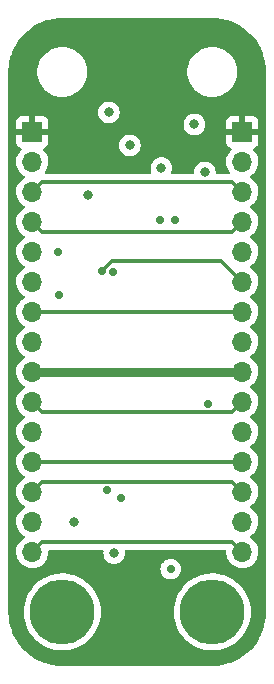
<source format=gbr>
%TF.GenerationSoftware,KiCad,Pcbnew,(6.0.9-0)*%
%TF.CreationDate,2024-03-22T18:27:50+01:00*%
%TF.ProjectId,pt-workshop,70742d77-6f72-46b7-9368-6f702e6b6963,rev?*%
%TF.SameCoordinates,Original*%
%TF.FileFunction,Copper,L4,Bot*%
%TF.FilePolarity,Positive*%
%FSLAX46Y46*%
G04 Gerber Fmt 4.6, Leading zero omitted, Abs format (unit mm)*
G04 Created by KiCad (PCBNEW (6.0.9-0)) date 2024-03-22 18:27:50*
%MOMM*%
%LPD*%
G01*
G04 APERTURE LIST*
%TA.AperFunction,ComponentPad*%
%ADD10C,5.500000*%
%TD*%
%TA.AperFunction,ComponentPad*%
%ADD11R,1.700000X1.700000*%
%TD*%
%TA.AperFunction,ComponentPad*%
%ADD12O,1.700000X1.700000*%
%TD*%
%TA.AperFunction,ViaPad*%
%ADD13C,0.800000*%
%TD*%
%TA.AperFunction,ViaPad*%
%ADD14C,0.700000*%
%TD*%
%TA.AperFunction,Conductor*%
%ADD15C,0.300000*%
%TD*%
%TA.AperFunction,Conductor*%
%ADD16C,0.800000*%
%TD*%
G04 APERTURE END LIST*
D10*
%TO.P,H103,1,1*%
%TO.N,/PT_GND*%
X30480000Y-99060000D03*
%TD*%
%TO.P,H101,1,1*%
%TO.N,/PT_GND*%
X43180000Y-99060000D03*
%TD*%
D11*
%TO.P,J103,1,Pin_1*%
%TO.N,/PT_9V*%
X27940000Y-58420000D03*
D12*
%TO.P,J103,2,Pin_2*%
%TO.N,/PT_GND*%
X27940000Y-60960000D03*
%TO.P,J103,3,Pin_3*%
%TO.N,/PT_4.5V*%
X27940000Y-63500000D03*
%TO.P,J103,4,Pin_4*%
%TO.N,/PT_5V*%
X27940000Y-66040000D03*
%TO.P,J103,5,Pin_5*%
%TO.N,/PT_GND*%
X27940000Y-68580000D03*
%TO.P,J103,6,Pin_6*%
%TO.N,/PT_CLK*%
X27940000Y-71120000D03*
%TO.P,J103,7,Pin_7*%
%TO.N,/PT_Ref*%
X27940000Y-73660000D03*
%TO.P,J103,8,Pin_8*%
%TO.N,/PT_GND*%
X27940000Y-76200000D03*
%TO.P,J103,9,Pin_9*%
%TO.N,/PT_In*%
X27940000Y-78740000D03*
%TO.P,J103,10,Pin_10*%
%TO.N,/PT_Out*%
X27940000Y-81280000D03*
%TO.P,J103,11,Pin_11*%
%TO.N,/PT_GND*%
X27940000Y-83820000D03*
%TO.P,J103,12,Pin_12*%
%TO.N,/PT_Ic*%
X27940000Y-86360000D03*
%TO.P,J103,13,Pin_13*%
%TO.N,/PT_Iout*%
X27940000Y-88900000D03*
%TO.P,J103,14,Pin_14*%
%TO.N,/PT_GND*%
X27940000Y-91440000D03*
%TO.P,J103,15,Pin_15*%
%TO.N,/PT_Vctrl*%
X27940000Y-93980000D03*
%TD*%
D11*
%TO.P,J104,1,Pin_1*%
%TO.N,/PT_9V*%
X45720000Y-58420000D03*
D12*
%TO.P,J104,2,Pin_2*%
%TO.N,/PT_GND*%
X45720000Y-60960000D03*
%TO.P,J104,3,Pin_3*%
%TO.N,/PT_4.5V*%
X45720000Y-63500000D03*
%TO.P,J104,4,Pin_4*%
%TO.N,/PT_5V*%
X45720000Y-66040000D03*
%TO.P,J104,5,Pin_5*%
%TO.N,/PT_GND*%
X45720000Y-68580000D03*
%TO.P,J104,6,Pin_6*%
%TO.N,/PT_CLK*%
X45720000Y-71120000D03*
%TO.P,J104,7,Pin_7*%
%TO.N,/PT_Ref*%
X45720000Y-73660000D03*
%TO.P,J104,8,Pin_8*%
%TO.N,/PT_GND*%
X45720000Y-76200000D03*
%TO.P,J104,9,Pin_9*%
%TO.N,/PT_In*%
X45720000Y-78740000D03*
%TO.P,J104,10,Pin_10*%
%TO.N,/PT_Out*%
X45720000Y-81280000D03*
%TO.P,J104,11,Pin_11*%
%TO.N,/PT_GND*%
X45720000Y-83820000D03*
%TO.P,J104,12,Pin_12*%
%TO.N,/PT_Ic*%
X45720000Y-86360000D03*
%TO.P,J104,13,Pin_13*%
%TO.N,/PT_Iout*%
X45720000Y-88900000D03*
%TO.P,J104,14,Pin_14*%
%TO.N,/PT_GND*%
X45720000Y-91440000D03*
%TO.P,J104,15,Pin_15*%
%TO.N,/PT_Vctrl*%
X45720000Y-93980000D03*
%TD*%
D13*
%TO.N,/PT_GND*%
X31496000Y-91440000D03*
D14*
X39653185Y-95438629D03*
D13*
X36195000Y-59563000D03*
X32639000Y-63754000D03*
D14*
X34290000Y-88773000D03*
D13*
X42545000Y-61849000D03*
D14*
X30099000Y-68580000D03*
X38735000Y-65913000D03*
X34754054Y-70248190D03*
D13*
X34417000Y-56769000D03*
X34870211Y-94084811D03*
X38862000Y-61468000D03*
D14*
X42799000Y-81430500D03*
X30226000Y-72263000D03*
X35433000Y-89408000D03*
X40005000Y-65913000D03*
D13*
X41656000Y-57785000D03*
D14*
%TO.N,/PT_CLK*%
X33845500Y-70167500D03*
%TD*%
D15*
%TO.N,/PT_5V*%
X28790000Y-66890000D02*
X44870000Y-66890000D01*
X44870000Y-66890000D02*
X45720000Y-66040000D01*
X27940000Y-66040000D02*
X28790000Y-66890000D01*
%TO.N,/PT_Ref*%
X27940000Y-73660000D02*
X45720000Y-73660000D01*
%TO.N,/PT_4.5V*%
X44870000Y-62650000D02*
X45720000Y-63500000D01*
X27940000Y-63500000D02*
X28790000Y-62650000D01*
X28790000Y-62650000D02*
X44870000Y-62650000D01*
D16*
%TO.N,/PT_In*%
X45720000Y-78740000D02*
X27940000Y-78740000D01*
D15*
%TO.N,/PT_Out*%
X28790000Y-82130000D02*
X44870000Y-82130000D01*
X44870000Y-82130000D02*
X45720000Y-81280000D01*
X27940000Y-81280000D02*
X28790000Y-82130000D01*
%TO.N,/PT_CLK*%
X45720000Y-71120000D02*
X43942000Y-69342000D01*
X34670294Y-69342000D02*
X33845500Y-70166794D01*
X43942000Y-69342000D02*
X34670294Y-69342000D01*
X33845500Y-70166794D02*
X33845500Y-70167500D01*
%TO.N,/PT_Ic*%
X27940000Y-86360000D02*
X45720000Y-86360000D01*
%TO.N,/PT_Iout*%
X27940000Y-88900000D02*
X28790000Y-88050000D01*
X44870000Y-88050000D02*
X45720000Y-88900000D01*
X28790000Y-88050000D02*
X44870000Y-88050000D01*
%TO.N,/PT_Vctrl*%
X28790000Y-93130000D02*
X44870000Y-93130000D01*
X44870000Y-93130000D02*
X45720000Y-93980000D01*
X27940000Y-93980000D02*
X28790000Y-93130000D01*
%TD*%
%TA.AperFunction,Conductor*%
%TO.N,/PT_9V*%
G36*
X43150018Y-48770000D02*
G01*
X43164851Y-48772310D01*
X43164855Y-48772310D01*
X43173724Y-48773691D01*
X43194183Y-48771016D01*
X43216008Y-48770072D01*
X43572937Y-48785656D01*
X43583886Y-48786614D01*
X43968379Y-48837233D01*
X43979205Y-48839142D01*
X44357822Y-48923080D01*
X44368439Y-48925925D01*
X44538702Y-48979608D01*
X44738302Y-49042542D01*
X44748615Y-49046295D01*
X45106932Y-49194715D01*
X45116876Y-49199353D01*
X45460867Y-49378423D01*
X45470387Y-49383919D01*
X45797468Y-49592292D01*
X45806472Y-49598597D01*
X46114138Y-49834678D01*
X46122558Y-49841743D01*
X46408483Y-50103744D01*
X46416256Y-50111517D01*
X46678257Y-50397442D01*
X46685322Y-50405862D01*
X46921403Y-50713528D01*
X46927708Y-50722532D01*
X47136081Y-51049613D01*
X47141576Y-51059132D01*
X47273193Y-51311964D01*
X47320643Y-51403115D01*
X47325285Y-51413068D01*
X47447895Y-51709074D01*
X47473702Y-51771377D01*
X47477458Y-51781698D01*
X47513680Y-51896579D01*
X47594075Y-52151561D01*
X47596920Y-52162178D01*
X47680858Y-52540795D01*
X47682767Y-52551621D01*
X47733386Y-52936114D01*
X47734344Y-52947063D01*
X47745521Y-53203049D01*
X47749603Y-53296552D01*
X47748223Y-53321429D01*
X47746309Y-53333724D01*
X47747473Y-53342626D01*
X47747473Y-53342628D01*
X47750436Y-53365283D01*
X47751500Y-53381621D01*
X47751500Y-99010633D01*
X47750000Y-99030018D01*
X47747690Y-99044851D01*
X47747690Y-99044855D01*
X47746309Y-99053724D01*
X47748984Y-99074183D01*
X47749928Y-99096012D01*
X47734344Y-99452936D01*
X47733386Y-99463886D01*
X47682767Y-99848379D01*
X47680858Y-99859205D01*
X47596920Y-100237822D01*
X47594075Y-100248439D01*
X47477461Y-100618294D01*
X47473705Y-100628615D01*
X47419200Y-100760203D01*
X47325289Y-100986923D01*
X47320647Y-100996876D01*
X47164815Y-101296227D01*
X47141577Y-101340867D01*
X47136081Y-101350387D01*
X46927708Y-101677468D01*
X46921403Y-101686472D01*
X46685322Y-101994138D01*
X46678257Y-102002558D01*
X46420858Y-102283461D01*
X46416256Y-102288483D01*
X46408487Y-102296252D01*
X46352699Y-102347372D01*
X46122558Y-102558257D01*
X46114138Y-102565322D01*
X45806472Y-102801403D01*
X45797468Y-102807708D01*
X45470387Y-103016081D01*
X45460868Y-103021576D01*
X45116876Y-103200647D01*
X45106932Y-103205285D01*
X44748615Y-103353705D01*
X44738302Y-103357458D01*
X44538702Y-103420392D01*
X44368439Y-103474075D01*
X44357822Y-103476920D01*
X43979205Y-103560858D01*
X43968379Y-103562767D01*
X43583886Y-103613386D01*
X43572937Y-103614344D01*
X43223446Y-103629603D01*
X43198571Y-103628223D01*
X43186276Y-103626309D01*
X43177374Y-103627473D01*
X43177372Y-103627473D01*
X43162323Y-103629441D01*
X43154714Y-103630436D01*
X43138379Y-103631500D01*
X30529367Y-103631500D01*
X30509982Y-103630000D01*
X30495149Y-103627690D01*
X30495145Y-103627690D01*
X30486276Y-103626309D01*
X30465817Y-103628984D01*
X30443992Y-103629928D01*
X30087063Y-103614344D01*
X30076114Y-103613386D01*
X29691621Y-103562767D01*
X29680795Y-103560858D01*
X29302178Y-103476920D01*
X29291561Y-103474075D01*
X29121298Y-103420392D01*
X28921698Y-103357458D01*
X28911385Y-103353705D01*
X28553068Y-103205285D01*
X28543124Y-103200647D01*
X28199132Y-103021576D01*
X28189613Y-103016081D01*
X27862532Y-102807708D01*
X27853528Y-102801403D01*
X27545862Y-102565322D01*
X27537442Y-102558257D01*
X27307301Y-102347372D01*
X27251513Y-102296252D01*
X27243744Y-102288483D01*
X27239143Y-102283461D01*
X26981743Y-102002558D01*
X26974678Y-101994138D01*
X26738597Y-101686472D01*
X26732292Y-101677468D01*
X26523919Y-101350387D01*
X26518423Y-101340867D01*
X26495185Y-101296227D01*
X26339353Y-100996876D01*
X26334711Y-100986923D01*
X26240801Y-100760203D01*
X26186295Y-100628615D01*
X26182539Y-100618294D01*
X26065925Y-100248439D01*
X26063080Y-100237822D01*
X25979142Y-99859205D01*
X25977233Y-99848379D01*
X25926614Y-99463886D01*
X25925656Y-99452936D01*
X25910561Y-99107208D01*
X25912188Y-99080805D01*
X25912769Y-99077352D01*
X25912770Y-99077345D01*
X25913576Y-99072552D01*
X25913729Y-99060000D01*
X25912098Y-99048609D01*
X27216734Y-99048609D01*
X27234591Y-99401106D01*
X27235128Y-99404461D01*
X27235129Y-99404467D01*
X27250240Y-99498807D01*
X27290412Y-99749613D01*
X27383546Y-100090053D01*
X27512903Y-100418443D01*
X27514486Y-100421458D01*
X27675384Y-100727926D01*
X27675389Y-100727934D01*
X27676968Y-100730942D01*
X27678862Y-100733760D01*
X27678867Y-100733769D01*
X27698518Y-100763012D01*
X27873824Y-101023895D01*
X28101167Y-101293873D01*
X28103627Y-101296224D01*
X28103630Y-101296227D01*
X28353875Y-101535366D01*
X28353882Y-101535372D01*
X28356338Y-101537719D01*
X28636351Y-101752581D01*
X28639269Y-101754355D01*
X28935017Y-101934173D01*
X28935022Y-101934176D01*
X28937932Y-101935945D01*
X28941020Y-101937391D01*
X28941019Y-101937391D01*
X29254468Y-102084222D01*
X29254478Y-102084226D01*
X29257552Y-102085666D01*
X29260770Y-102086768D01*
X29260773Y-102086769D01*
X29588241Y-102198887D01*
X29588245Y-102198888D01*
X29591472Y-102199993D01*
X29594802Y-102200743D01*
X29594811Y-102200746D01*
X29838164Y-102255587D01*
X29935786Y-102277587D01*
X29939171Y-102277973D01*
X29939179Y-102277974D01*
X30283083Y-102317157D01*
X30283091Y-102317157D01*
X30286466Y-102317542D01*
X30289870Y-102317560D01*
X30289873Y-102317560D01*
X30481627Y-102318564D01*
X30639411Y-102319390D01*
X30642797Y-102319040D01*
X30642799Y-102319040D01*
X30987098Y-102283461D01*
X30987107Y-102283460D01*
X30990490Y-102283110D01*
X30993823Y-102282396D01*
X30993826Y-102282395D01*
X31163692Y-102245979D01*
X31335598Y-102209125D01*
X31670697Y-102098301D01*
X31991867Y-101951936D01*
X32085405Y-101896397D01*
X32292407Y-101773489D01*
X32292412Y-101773486D01*
X32295352Y-101771740D01*
X32320870Y-101752581D01*
X32574867Y-101561874D01*
X32577600Y-101559822D01*
X32835310Y-101318661D01*
X33065468Y-101051078D01*
X33265380Y-100760203D01*
X33266992Y-100757209D01*
X33266997Y-100757201D01*
X33431087Y-100452452D01*
X33432709Y-100449440D01*
X33565498Y-100122422D01*
X33573816Y-100093223D01*
X33642007Y-99853833D01*
X33662191Y-99782976D01*
X33721659Y-99435073D01*
X33723945Y-99397711D01*
X33743096Y-99084580D01*
X33743206Y-99082782D01*
X33743286Y-99060000D01*
X33742669Y-99048609D01*
X39916734Y-99048609D01*
X39934591Y-99401106D01*
X39935128Y-99404461D01*
X39935129Y-99404467D01*
X39950240Y-99498807D01*
X39990412Y-99749613D01*
X40083546Y-100090053D01*
X40212903Y-100418443D01*
X40214486Y-100421458D01*
X40375384Y-100727926D01*
X40375389Y-100727934D01*
X40376968Y-100730942D01*
X40378862Y-100733760D01*
X40378867Y-100733769D01*
X40398518Y-100763012D01*
X40573824Y-101023895D01*
X40801167Y-101293873D01*
X40803627Y-101296224D01*
X40803630Y-101296227D01*
X41053875Y-101535366D01*
X41053882Y-101535372D01*
X41056338Y-101537719D01*
X41336351Y-101752581D01*
X41339269Y-101754355D01*
X41635017Y-101934173D01*
X41635022Y-101934176D01*
X41637932Y-101935945D01*
X41641020Y-101937391D01*
X41641019Y-101937391D01*
X41954468Y-102084222D01*
X41954478Y-102084226D01*
X41957552Y-102085666D01*
X41960770Y-102086768D01*
X41960773Y-102086769D01*
X42288241Y-102198887D01*
X42288245Y-102198888D01*
X42291472Y-102199993D01*
X42294802Y-102200743D01*
X42294811Y-102200746D01*
X42538164Y-102255587D01*
X42635786Y-102277587D01*
X42639171Y-102277973D01*
X42639179Y-102277974D01*
X42983083Y-102317157D01*
X42983091Y-102317157D01*
X42986466Y-102317542D01*
X42989870Y-102317560D01*
X42989873Y-102317560D01*
X43181627Y-102318564D01*
X43339411Y-102319390D01*
X43342797Y-102319040D01*
X43342799Y-102319040D01*
X43687098Y-102283461D01*
X43687107Y-102283460D01*
X43690490Y-102283110D01*
X43693823Y-102282396D01*
X43693826Y-102282395D01*
X43863692Y-102245979D01*
X44035598Y-102209125D01*
X44370697Y-102098301D01*
X44691867Y-101951936D01*
X44785405Y-101896397D01*
X44992407Y-101773489D01*
X44992412Y-101773486D01*
X44995352Y-101771740D01*
X45020870Y-101752581D01*
X45274867Y-101561874D01*
X45277600Y-101559822D01*
X45535310Y-101318661D01*
X45765468Y-101051078D01*
X45965380Y-100760203D01*
X45966992Y-100757209D01*
X45966997Y-100757201D01*
X46131087Y-100452452D01*
X46132709Y-100449440D01*
X46265498Y-100122422D01*
X46273816Y-100093223D01*
X46342007Y-99853833D01*
X46362191Y-99782976D01*
X46421659Y-99435073D01*
X46423945Y-99397711D01*
X46443096Y-99084580D01*
X46443206Y-99082782D01*
X46443286Y-99060000D01*
X46424199Y-98707567D01*
X46367161Y-98359257D01*
X46272839Y-98019145D01*
X46269849Y-98011630D01*
X46143597Y-97694372D01*
X46142338Y-97691208D01*
X45977182Y-97379283D01*
X45970579Y-97369530D01*
X45781211Y-97089834D01*
X45781204Y-97089825D01*
X45779305Y-97087020D01*
X45777109Y-97084430D01*
X45777104Y-97084424D01*
X45688715Y-96980201D01*
X45551021Y-96817837D01*
X45295001Y-96574883D01*
X45292294Y-96572821D01*
X45292286Y-96572814D01*
X45133809Y-96452088D01*
X45014239Y-96361000D01*
X44712020Y-96178689D01*
X44708930Y-96177255D01*
X44708925Y-96177252D01*
X44508064Y-96084016D01*
X44391879Y-96030085D01*
X44388654Y-96028993D01*
X44388648Y-96028991D01*
X44060798Y-95918020D01*
X44060793Y-95918018D01*
X44057562Y-95916925D01*
X44043832Y-95913881D01*
X43974730Y-95898562D01*
X43712979Y-95840533D01*
X43588353Y-95826774D01*
X43365543Y-95802175D01*
X43365538Y-95802175D01*
X43362162Y-95801802D01*
X43358763Y-95801796D01*
X43358762Y-95801796D01*
X43192289Y-95801506D01*
X43009213Y-95801186D01*
X42878206Y-95815187D01*
X42661646Y-95838330D01*
X42661640Y-95838331D01*
X42658262Y-95838692D01*
X42313414Y-95913881D01*
X41978704Y-96025873D01*
X41975611Y-96027295D01*
X41975610Y-96027296D01*
X41852292Y-96084016D01*
X41658047Y-96173359D01*
X41655113Y-96175115D01*
X41655111Y-96175116D01*
X41632093Y-96188892D01*
X41355194Y-96354613D01*
X41073687Y-96567515D01*
X40816820Y-96809574D01*
X40587598Y-97077959D01*
X40388702Y-97369530D01*
X40222458Y-97680876D01*
X40221183Y-97684048D01*
X40221181Y-97684052D01*
X40217033Y-97694372D01*
X40090813Y-98008355D01*
X39995304Y-98348136D01*
X39994743Y-98351489D01*
X39994742Y-98351493D01*
X39937614Y-98692880D01*
X39937051Y-98696245D01*
X39916734Y-99048609D01*
X33742669Y-99048609D01*
X33724199Y-98707567D01*
X33667161Y-98359257D01*
X33572839Y-98019145D01*
X33569849Y-98011630D01*
X33443597Y-97694372D01*
X33442338Y-97691208D01*
X33277182Y-97379283D01*
X33270579Y-97369530D01*
X33081211Y-97089834D01*
X33081204Y-97089825D01*
X33079305Y-97087020D01*
X33077109Y-97084430D01*
X33077104Y-97084424D01*
X32988715Y-96980201D01*
X32851021Y-96817837D01*
X32595001Y-96574883D01*
X32592294Y-96572821D01*
X32592286Y-96572814D01*
X32433809Y-96452088D01*
X32314239Y-96361000D01*
X32012020Y-96178689D01*
X32008930Y-96177255D01*
X32008925Y-96177252D01*
X31808064Y-96084016D01*
X31691879Y-96030085D01*
X31688654Y-96028993D01*
X31688648Y-96028991D01*
X31360798Y-95918020D01*
X31360793Y-95918018D01*
X31357562Y-95916925D01*
X31343832Y-95913881D01*
X31274730Y-95898562D01*
X31012979Y-95840533D01*
X30888353Y-95826774D01*
X30665543Y-95802175D01*
X30665538Y-95802175D01*
X30662162Y-95801802D01*
X30658763Y-95801796D01*
X30658762Y-95801796D01*
X30492289Y-95801506D01*
X30309213Y-95801186D01*
X30178206Y-95815187D01*
X29961646Y-95838330D01*
X29961640Y-95838331D01*
X29958262Y-95838692D01*
X29613414Y-95913881D01*
X29278704Y-96025873D01*
X29275611Y-96027295D01*
X29275610Y-96027296D01*
X29152292Y-96084016D01*
X28958047Y-96173359D01*
X28955113Y-96175115D01*
X28955111Y-96175116D01*
X28932093Y-96188892D01*
X28655194Y-96354613D01*
X28373687Y-96567515D01*
X28116820Y-96809574D01*
X27887598Y-97077959D01*
X27688702Y-97369530D01*
X27522458Y-97680876D01*
X27521183Y-97684048D01*
X27521181Y-97684052D01*
X27517033Y-97694372D01*
X27390813Y-98008355D01*
X27295304Y-98348136D01*
X27294743Y-98351489D01*
X27294742Y-98351493D01*
X27237614Y-98692880D01*
X27237051Y-98696245D01*
X27216734Y-99048609D01*
X25912098Y-99048609D01*
X25909773Y-99032376D01*
X25908500Y-99014514D01*
X25908500Y-95438629D01*
X38789956Y-95438629D01*
X38808820Y-95618104D01*
X38864586Y-95789736D01*
X38954818Y-95946022D01*
X38959236Y-95950929D01*
X38959237Y-95950930D01*
X39031802Y-96031522D01*
X39075572Y-96080133D01*
X39080914Y-96084014D01*
X39080916Y-96084016D01*
X39216228Y-96182326D01*
X39221570Y-96186207D01*
X39227598Y-96188891D01*
X39227600Y-96188892D01*
X39380402Y-96256924D01*
X39386433Y-96259609D01*
X39474693Y-96278369D01*
X39556496Y-96295757D01*
X39556500Y-96295757D01*
X39562953Y-96297129D01*
X39743417Y-96297129D01*
X39749870Y-96295757D01*
X39749874Y-96295757D01*
X39831677Y-96278369D01*
X39919937Y-96259609D01*
X39925968Y-96256924D01*
X40078770Y-96188892D01*
X40078772Y-96188891D01*
X40084800Y-96186207D01*
X40090142Y-96182326D01*
X40225454Y-96084016D01*
X40225456Y-96084014D01*
X40230798Y-96080133D01*
X40274568Y-96031522D01*
X40347133Y-95950930D01*
X40347134Y-95950929D01*
X40351552Y-95946022D01*
X40441784Y-95789736D01*
X40497550Y-95618104D01*
X40516414Y-95438629D01*
X40497550Y-95259154D01*
X40494791Y-95250661D01*
X40443826Y-95093807D01*
X40441784Y-95087522D01*
X40351552Y-94931236D01*
X40301754Y-94875929D01*
X40235220Y-94802036D01*
X40235219Y-94802035D01*
X40230798Y-94797125D01*
X40219602Y-94788990D01*
X40090142Y-94694932D01*
X40090141Y-94694931D01*
X40084800Y-94691051D01*
X40078772Y-94688367D01*
X40078770Y-94688366D01*
X39925968Y-94620334D01*
X39925966Y-94620334D01*
X39919937Y-94617649D01*
X39811574Y-94594616D01*
X39749874Y-94581501D01*
X39749870Y-94581501D01*
X39743417Y-94580129D01*
X39562953Y-94580129D01*
X39556500Y-94581501D01*
X39556496Y-94581501D01*
X39494796Y-94594616D01*
X39386433Y-94617649D01*
X39380404Y-94620333D01*
X39380402Y-94620334D01*
X39227601Y-94688366D01*
X39227599Y-94688367D01*
X39221571Y-94691051D01*
X39216230Y-94694931D01*
X39216229Y-94694932D01*
X39080916Y-94793242D01*
X39080914Y-94793244D01*
X39075572Y-94797125D01*
X39071151Y-94802035D01*
X39071150Y-94802036D01*
X39004617Y-94875929D01*
X38954818Y-94931236D01*
X38864586Y-95087522D01*
X38862544Y-95093807D01*
X38811580Y-95250661D01*
X38808820Y-95259154D01*
X38789956Y-95438629D01*
X25908500Y-95438629D01*
X25908500Y-93946695D01*
X26577251Y-93946695D01*
X26577548Y-93951848D01*
X26577548Y-93951851D01*
X26585593Y-94091376D01*
X26590110Y-94169715D01*
X26591247Y-94174761D01*
X26591248Y-94174767D01*
X26615193Y-94281017D01*
X26639222Y-94387639D01*
X26677461Y-94481811D01*
X26717941Y-94581501D01*
X26723266Y-94594616D01*
X26774019Y-94677438D01*
X26784740Y-94694932D01*
X26839987Y-94785088D01*
X26986250Y-94953938D01*
X27158126Y-95096632D01*
X27351000Y-95209338D01*
X27559692Y-95289030D01*
X27564760Y-95290061D01*
X27564763Y-95290062D01*
X27672017Y-95311883D01*
X27778597Y-95333567D01*
X27783772Y-95333757D01*
X27783774Y-95333757D01*
X27996673Y-95341564D01*
X27996677Y-95341564D01*
X28001837Y-95341753D01*
X28006957Y-95341097D01*
X28006959Y-95341097D01*
X28218288Y-95314025D01*
X28218289Y-95314025D01*
X28223416Y-95313368D01*
X28228366Y-95311883D01*
X28432429Y-95250661D01*
X28432434Y-95250659D01*
X28437384Y-95249174D01*
X28637994Y-95150896D01*
X28819860Y-95021173D01*
X28849197Y-94991939D01*
X28974435Y-94867137D01*
X28978096Y-94863489D01*
X29037594Y-94780689D01*
X29105435Y-94686277D01*
X29108453Y-94682077D01*
X29158161Y-94581501D01*
X29205136Y-94486453D01*
X29205137Y-94486451D01*
X29207430Y-94481811D01*
X29268436Y-94281017D01*
X29270865Y-94273023D01*
X29270865Y-94273021D01*
X29272370Y-94268069D01*
X29301529Y-94046590D01*
X29303156Y-93980000D01*
X29298620Y-93924824D01*
X29312973Y-93855293D01*
X29362639Y-93804560D01*
X29424196Y-93788500D01*
X33847913Y-93788500D01*
X33916034Y-93808502D01*
X33962527Y-93862158D01*
X33973223Y-93927670D01*
X33956707Y-94084811D01*
X33976669Y-94274739D01*
X34035684Y-94456367D01*
X34131171Y-94621755D01*
X34258958Y-94763677D01*
X34413459Y-94875929D01*
X34419487Y-94878613D01*
X34419489Y-94878614D01*
X34581892Y-94950920D01*
X34587923Y-94953605D01*
X34681324Y-94973458D01*
X34768267Y-94991939D01*
X34768272Y-94991939D01*
X34774724Y-94993311D01*
X34965698Y-94993311D01*
X34972150Y-94991939D01*
X34972155Y-94991939D01*
X35059098Y-94973458D01*
X35152499Y-94953605D01*
X35158530Y-94950920D01*
X35320933Y-94878614D01*
X35320935Y-94878613D01*
X35326963Y-94875929D01*
X35481464Y-94763677D01*
X35609251Y-94621755D01*
X35704738Y-94456367D01*
X35763753Y-94274739D01*
X35783715Y-94084811D01*
X35767199Y-93927670D01*
X35779971Y-93857832D01*
X35828473Y-93805985D01*
X35892509Y-93788500D01*
X44233974Y-93788500D01*
X44302095Y-93808502D01*
X44348588Y-93862158D01*
X44359260Y-93927891D01*
X44357800Y-93941554D01*
X44357251Y-93946695D01*
X44357548Y-93951848D01*
X44357548Y-93951851D01*
X44365593Y-94091376D01*
X44370110Y-94169715D01*
X44371247Y-94174761D01*
X44371248Y-94174767D01*
X44395193Y-94281017D01*
X44419222Y-94387639D01*
X44457461Y-94481811D01*
X44497941Y-94581501D01*
X44503266Y-94594616D01*
X44554019Y-94677438D01*
X44564740Y-94694932D01*
X44619987Y-94785088D01*
X44766250Y-94953938D01*
X44938126Y-95096632D01*
X45131000Y-95209338D01*
X45339692Y-95289030D01*
X45344760Y-95290061D01*
X45344763Y-95290062D01*
X45452017Y-95311883D01*
X45558597Y-95333567D01*
X45563772Y-95333757D01*
X45563774Y-95333757D01*
X45776673Y-95341564D01*
X45776677Y-95341564D01*
X45781837Y-95341753D01*
X45786957Y-95341097D01*
X45786959Y-95341097D01*
X45998288Y-95314025D01*
X45998289Y-95314025D01*
X46003416Y-95313368D01*
X46008366Y-95311883D01*
X46212429Y-95250661D01*
X46212434Y-95250659D01*
X46217384Y-95249174D01*
X46417994Y-95150896D01*
X46599860Y-95021173D01*
X46629197Y-94991939D01*
X46754435Y-94867137D01*
X46758096Y-94863489D01*
X46817594Y-94780689D01*
X46885435Y-94686277D01*
X46888453Y-94682077D01*
X46938161Y-94581501D01*
X46985136Y-94486453D01*
X46985137Y-94486451D01*
X46987430Y-94481811D01*
X47048436Y-94281017D01*
X47050865Y-94273023D01*
X47050865Y-94273021D01*
X47052370Y-94268069D01*
X47081529Y-94046590D01*
X47083156Y-93980000D01*
X47064852Y-93757361D01*
X47010431Y-93540702D01*
X46921354Y-93335840D01*
X46800014Y-93148277D01*
X46649670Y-92983051D01*
X46645619Y-92979852D01*
X46645615Y-92979848D01*
X46478414Y-92847800D01*
X46478410Y-92847798D01*
X46474359Y-92844598D01*
X46433053Y-92821796D01*
X46383084Y-92771364D01*
X46368312Y-92701921D01*
X46393428Y-92635516D01*
X46420780Y-92608909D01*
X46464603Y-92577650D01*
X46599860Y-92481173D01*
X46758096Y-92323489D01*
X46768656Y-92308794D01*
X46885435Y-92146277D01*
X46888453Y-92142077D01*
X46898006Y-92122749D01*
X46985136Y-91946453D01*
X46985137Y-91946451D01*
X46987430Y-91941811D01*
X47052370Y-91728069D01*
X47081529Y-91506590D01*
X47083156Y-91440000D01*
X47064852Y-91217361D01*
X47010431Y-91000702D01*
X46921354Y-90795840D01*
X46881906Y-90734862D01*
X46802822Y-90612617D01*
X46802820Y-90612614D01*
X46800014Y-90608277D01*
X46649670Y-90443051D01*
X46645619Y-90439852D01*
X46645615Y-90439848D01*
X46478414Y-90307800D01*
X46478410Y-90307798D01*
X46474359Y-90304598D01*
X46433053Y-90281796D01*
X46383084Y-90231364D01*
X46368312Y-90161921D01*
X46393428Y-90095516D01*
X46420780Y-90068909D01*
X46464603Y-90037650D01*
X46599860Y-89941173D01*
X46758096Y-89783489D01*
X46817594Y-89700689D01*
X46885435Y-89606277D01*
X46888453Y-89602077D01*
X46892567Y-89593754D01*
X46985136Y-89406453D01*
X46985137Y-89406451D01*
X46987430Y-89401811D01*
X47038084Y-89235089D01*
X47050865Y-89193023D01*
X47050865Y-89193021D01*
X47052370Y-89188069D01*
X47081529Y-88966590D01*
X47081611Y-88963240D01*
X47083074Y-88903365D01*
X47083074Y-88903361D01*
X47083156Y-88900000D01*
X47064852Y-88677361D01*
X47010431Y-88460702D01*
X46921354Y-88255840D01*
X46800014Y-88068277D01*
X46649670Y-87903051D01*
X46645619Y-87899852D01*
X46645615Y-87899848D01*
X46478414Y-87767800D01*
X46478410Y-87767798D01*
X46474359Y-87764598D01*
X46433053Y-87741796D01*
X46383084Y-87691364D01*
X46368312Y-87621921D01*
X46393428Y-87555516D01*
X46420780Y-87528909D01*
X46464603Y-87497650D01*
X46599860Y-87401173D01*
X46758096Y-87243489D01*
X46817594Y-87160689D01*
X46885435Y-87066277D01*
X46888453Y-87062077D01*
X46900105Y-87038502D01*
X46985136Y-86866453D01*
X46985137Y-86866451D01*
X46987430Y-86861811D01*
X47052370Y-86648069D01*
X47081529Y-86426590D01*
X47083156Y-86360000D01*
X47064852Y-86137361D01*
X47010431Y-85920702D01*
X46921354Y-85715840D01*
X46800014Y-85528277D01*
X46649670Y-85363051D01*
X46645619Y-85359852D01*
X46645615Y-85359848D01*
X46478414Y-85227800D01*
X46478410Y-85227798D01*
X46474359Y-85224598D01*
X46433053Y-85201796D01*
X46383084Y-85151364D01*
X46368312Y-85081921D01*
X46393428Y-85015516D01*
X46420780Y-84988909D01*
X46464603Y-84957650D01*
X46599860Y-84861173D01*
X46758096Y-84703489D01*
X46817594Y-84620689D01*
X46885435Y-84526277D01*
X46888453Y-84522077D01*
X46987430Y-84321811D01*
X47052370Y-84108069D01*
X47081529Y-83886590D01*
X47083156Y-83820000D01*
X47064852Y-83597361D01*
X47010431Y-83380702D01*
X46921354Y-83175840D01*
X46881906Y-83114862D01*
X46802822Y-82992617D01*
X46802820Y-82992614D01*
X46800014Y-82988277D01*
X46649670Y-82823051D01*
X46645619Y-82819852D01*
X46645615Y-82819848D01*
X46478414Y-82687800D01*
X46478410Y-82687798D01*
X46474359Y-82684598D01*
X46433053Y-82661796D01*
X46383084Y-82611364D01*
X46368312Y-82541921D01*
X46393428Y-82475516D01*
X46420780Y-82448909D01*
X46464603Y-82417650D01*
X46599860Y-82321173D01*
X46758096Y-82163489D01*
X46817594Y-82080689D01*
X46885435Y-81986277D01*
X46888453Y-81982077D01*
X46987430Y-81781811D01*
X47052370Y-81568069D01*
X47081529Y-81346590D01*
X47083156Y-81280000D01*
X47064852Y-81057361D01*
X47010431Y-80840702D01*
X46921354Y-80635840D01*
X46800014Y-80448277D01*
X46649670Y-80283051D01*
X46645619Y-80279852D01*
X46645615Y-80279848D01*
X46478414Y-80147800D01*
X46478410Y-80147798D01*
X46474359Y-80144598D01*
X46433053Y-80121796D01*
X46383084Y-80071364D01*
X46368312Y-80001921D01*
X46393428Y-79935516D01*
X46420780Y-79908909D01*
X46464603Y-79877650D01*
X46599860Y-79781173D01*
X46758096Y-79623489D01*
X46817594Y-79540689D01*
X46885435Y-79446277D01*
X46888453Y-79442077D01*
X46987430Y-79241811D01*
X47052370Y-79028069D01*
X47081529Y-78806590D01*
X47083156Y-78740000D01*
X47064852Y-78517361D01*
X47010431Y-78300702D01*
X46921354Y-78095840D01*
X46800014Y-77908277D01*
X46649670Y-77743051D01*
X46645619Y-77739852D01*
X46645615Y-77739848D01*
X46478414Y-77607800D01*
X46478410Y-77607798D01*
X46474359Y-77604598D01*
X46433053Y-77581796D01*
X46383084Y-77531364D01*
X46368312Y-77461921D01*
X46393428Y-77395516D01*
X46420780Y-77368909D01*
X46464603Y-77337650D01*
X46599860Y-77241173D01*
X46758096Y-77083489D01*
X46817594Y-77000689D01*
X46885435Y-76906277D01*
X46888453Y-76902077D01*
X46987430Y-76701811D01*
X47052370Y-76488069D01*
X47081529Y-76266590D01*
X47083156Y-76200000D01*
X47064852Y-75977361D01*
X47010431Y-75760702D01*
X46921354Y-75555840D01*
X46800014Y-75368277D01*
X46649670Y-75203051D01*
X46645619Y-75199852D01*
X46645615Y-75199848D01*
X46478414Y-75067800D01*
X46478410Y-75067798D01*
X46474359Y-75064598D01*
X46433053Y-75041796D01*
X46383084Y-74991364D01*
X46368312Y-74921921D01*
X46393428Y-74855516D01*
X46420780Y-74828909D01*
X46464603Y-74797650D01*
X46599860Y-74701173D01*
X46758096Y-74543489D01*
X46817594Y-74460689D01*
X46885435Y-74366277D01*
X46888453Y-74362077D01*
X46900105Y-74338502D01*
X46985136Y-74166453D01*
X46985137Y-74166451D01*
X46987430Y-74161811D01*
X47052370Y-73948069D01*
X47081529Y-73726590D01*
X47083156Y-73660000D01*
X47064852Y-73437361D01*
X47010431Y-73220702D01*
X46921354Y-73015840D01*
X46864426Y-72927842D01*
X46802822Y-72832617D01*
X46802820Y-72832614D01*
X46800014Y-72828277D01*
X46649670Y-72663051D01*
X46645619Y-72659852D01*
X46645615Y-72659848D01*
X46478414Y-72527800D01*
X46478410Y-72527798D01*
X46474359Y-72524598D01*
X46433053Y-72501796D01*
X46383084Y-72451364D01*
X46368312Y-72381921D01*
X46393428Y-72315516D01*
X46420780Y-72288909D01*
X46466307Y-72256435D01*
X46599860Y-72161173D01*
X46758096Y-72003489D01*
X46817594Y-71920689D01*
X46885435Y-71826277D01*
X46888453Y-71822077D01*
X46918479Y-71761325D01*
X46985136Y-71626453D01*
X46985137Y-71626451D01*
X46987430Y-71621811D01*
X47052370Y-71408069D01*
X47081529Y-71186590D01*
X47083156Y-71120000D01*
X47064852Y-70897361D01*
X47010431Y-70680702D01*
X46921354Y-70475840D01*
X46842050Y-70353254D01*
X46802822Y-70292617D01*
X46802820Y-70292614D01*
X46800014Y-70288277D01*
X46649670Y-70123051D01*
X46645619Y-70119852D01*
X46645615Y-70119848D01*
X46478414Y-69987800D01*
X46478410Y-69987798D01*
X46474359Y-69984598D01*
X46433053Y-69961796D01*
X46383084Y-69911364D01*
X46368312Y-69841921D01*
X46393428Y-69775516D01*
X46420780Y-69748909D01*
X46464603Y-69717650D01*
X46599860Y-69621173D01*
X46758096Y-69463489D01*
X46817594Y-69380689D01*
X46885435Y-69286277D01*
X46888453Y-69282077D01*
X46971990Y-69113053D01*
X46985136Y-69086453D01*
X46985137Y-69086451D01*
X46987430Y-69081811D01*
X47052370Y-68868069D01*
X47081529Y-68646590D01*
X47083156Y-68580000D01*
X47064852Y-68357361D01*
X47010431Y-68140702D01*
X46921354Y-67935840D01*
X46805665Y-67757012D01*
X46802822Y-67752617D01*
X46802820Y-67752614D01*
X46800014Y-67748277D01*
X46649670Y-67583051D01*
X46645619Y-67579852D01*
X46645615Y-67579848D01*
X46478414Y-67447800D01*
X46478410Y-67447798D01*
X46474359Y-67444598D01*
X46433053Y-67421796D01*
X46383084Y-67371364D01*
X46368312Y-67301921D01*
X46393428Y-67235516D01*
X46420780Y-67208909D01*
X46464603Y-67177650D01*
X46599860Y-67081173D01*
X46758096Y-66923489D01*
X46817594Y-66840689D01*
X46885435Y-66746277D01*
X46888453Y-66742077D01*
X46987430Y-66541811D01*
X47052370Y-66328069D01*
X47081529Y-66106590D01*
X47081874Y-66092475D01*
X47083074Y-66043365D01*
X47083074Y-66043361D01*
X47083156Y-66040000D01*
X47064852Y-65817361D01*
X47010431Y-65600702D01*
X46921354Y-65395840D01*
X46881906Y-65334862D01*
X46802822Y-65212617D01*
X46802820Y-65212614D01*
X46800014Y-65208277D01*
X46649670Y-65043051D01*
X46645619Y-65039852D01*
X46645615Y-65039848D01*
X46478414Y-64907800D01*
X46478410Y-64907798D01*
X46474359Y-64904598D01*
X46433053Y-64881796D01*
X46383084Y-64831364D01*
X46368312Y-64761921D01*
X46393428Y-64695516D01*
X46420780Y-64668909D01*
X46489195Y-64620109D01*
X46599860Y-64541173D01*
X46758096Y-64383489D01*
X46817594Y-64300689D01*
X46885435Y-64206277D01*
X46888453Y-64202077D01*
X46923444Y-64131279D01*
X46985136Y-64006453D01*
X46985137Y-64006451D01*
X46987430Y-64001811D01*
X47052370Y-63788069D01*
X47081529Y-63566590D01*
X47083156Y-63500000D01*
X47064852Y-63277361D01*
X47010431Y-63060702D01*
X46921354Y-62855840D01*
X46800014Y-62668277D01*
X46649670Y-62503051D01*
X46645619Y-62499852D01*
X46645615Y-62499848D01*
X46478414Y-62367800D01*
X46478410Y-62367798D01*
X46474359Y-62364598D01*
X46433053Y-62341796D01*
X46383084Y-62291364D01*
X46368312Y-62221921D01*
X46393428Y-62155516D01*
X46420780Y-62128909D01*
X46464603Y-62097650D01*
X46599860Y-62001173D01*
X46611420Y-61989654D01*
X46703865Y-61897531D01*
X46758096Y-61843489D01*
X46770259Y-61826563D01*
X46885435Y-61666277D01*
X46888453Y-61662077D01*
X46987430Y-61461811D01*
X47052370Y-61248069D01*
X47081529Y-61026590D01*
X47082597Y-60982891D01*
X47083074Y-60963365D01*
X47083074Y-60963361D01*
X47083156Y-60960000D01*
X47064852Y-60737361D01*
X47010431Y-60520702D01*
X46921354Y-60315840D01*
X46800014Y-60128277D01*
X46796540Y-60124459D01*
X46796533Y-60124450D01*
X46652435Y-59966088D01*
X46621383Y-59902242D01*
X46629779Y-59831744D01*
X46674956Y-59776976D01*
X46701400Y-59763307D01*
X46808052Y-59723325D01*
X46823649Y-59714786D01*
X46925724Y-59638285D01*
X46938285Y-59625724D01*
X47014786Y-59523649D01*
X47023324Y-59508054D01*
X47068478Y-59387606D01*
X47072105Y-59372351D01*
X47077631Y-59321486D01*
X47078000Y-59314672D01*
X47078000Y-58692115D01*
X47073525Y-58676876D01*
X47072135Y-58675671D01*
X47064452Y-58674000D01*
X44380116Y-58674000D01*
X44364877Y-58678475D01*
X44363672Y-58679865D01*
X44362001Y-58687548D01*
X44362001Y-59314669D01*
X44362371Y-59321490D01*
X44367895Y-59372352D01*
X44371521Y-59387604D01*
X44416676Y-59508054D01*
X44425214Y-59523649D01*
X44501715Y-59625724D01*
X44514276Y-59638285D01*
X44616351Y-59714786D01*
X44631946Y-59723324D01*
X44740827Y-59764142D01*
X44797591Y-59806784D01*
X44822291Y-59873345D01*
X44807083Y-59942694D01*
X44787691Y-59969175D01*
X44668190Y-60094226D01*
X44660629Y-60102138D01*
X44534743Y-60286680D01*
X44502193Y-60356803D01*
X44448953Y-60471500D01*
X44440688Y-60489305D01*
X44380989Y-60704570D01*
X44357251Y-60926695D01*
X44357548Y-60931848D01*
X44357548Y-60931851D01*
X44363011Y-61026590D01*
X44370110Y-61149715D01*
X44371247Y-61154761D01*
X44371248Y-61154767D01*
X44375818Y-61175045D01*
X44419222Y-61367639D01*
X44503266Y-61574616D01*
X44619987Y-61765088D01*
X44623367Y-61768990D01*
X44635504Y-61783001D01*
X44664988Y-61847587D01*
X44654874Y-61917859D01*
X44608373Y-61971508D01*
X44540268Y-61991500D01*
X43583464Y-61991500D01*
X43515343Y-61971498D01*
X43468850Y-61917842D01*
X43459761Y-61862170D01*
X43457814Y-61862170D01*
X43457814Y-61855565D01*
X43458504Y-61849000D01*
X43438542Y-61659072D01*
X43379527Y-61477444D01*
X43374075Y-61468000D01*
X43287341Y-61317774D01*
X43284040Y-61312056D01*
X43156253Y-61170134D01*
X43001752Y-61057882D01*
X42995724Y-61055198D01*
X42995722Y-61055197D01*
X42833319Y-60982891D01*
X42833318Y-60982891D01*
X42827288Y-60980206D01*
X42716448Y-60956646D01*
X42646944Y-60941872D01*
X42646939Y-60941872D01*
X42640487Y-60940500D01*
X42449513Y-60940500D01*
X42443061Y-60941872D01*
X42443056Y-60941872D01*
X42373552Y-60956646D01*
X42262712Y-60980206D01*
X42256682Y-60982891D01*
X42256681Y-60982891D01*
X42094278Y-61055197D01*
X42094276Y-61055198D01*
X42088248Y-61057882D01*
X41933747Y-61170134D01*
X41805960Y-61312056D01*
X41802659Y-61317774D01*
X41715926Y-61468000D01*
X41710473Y-61477444D01*
X41651458Y-61659072D01*
X41631496Y-61849000D01*
X41632186Y-61855565D01*
X41632186Y-61862170D01*
X41630046Y-61862170D01*
X41619074Y-61922168D01*
X41570572Y-61974014D01*
X41506536Y-61991500D01*
X39820581Y-61991500D01*
X39752460Y-61971498D01*
X39705967Y-61917842D01*
X39695863Y-61847568D01*
X39700746Y-61826571D01*
X39755542Y-61657928D01*
X39763836Y-61579020D01*
X39774814Y-61474565D01*
X39775504Y-61468000D01*
X39755542Y-61278072D01*
X39696527Y-61096444D01*
X39601040Y-60931056D01*
X39473253Y-60789134D01*
X39318752Y-60676882D01*
X39312724Y-60674198D01*
X39312722Y-60674197D01*
X39150319Y-60601891D01*
X39150318Y-60601891D01*
X39144288Y-60599206D01*
X39050887Y-60579353D01*
X38963944Y-60560872D01*
X38963939Y-60560872D01*
X38957487Y-60559500D01*
X38766513Y-60559500D01*
X38760061Y-60560872D01*
X38760056Y-60560872D01*
X38673113Y-60579353D01*
X38579712Y-60599206D01*
X38573682Y-60601891D01*
X38573681Y-60601891D01*
X38411278Y-60674197D01*
X38411276Y-60674198D01*
X38405248Y-60676882D01*
X38250747Y-60789134D01*
X38122960Y-60931056D01*
X38027473Y-61096444D01*
X37968458Y-61278072D01*
X37948496Y-61468000D01*
X37949186Y-61474565D01*
X37960165Y-61579020D01*
X37968458Y-61657928D01*
X38023252Y-61826565D01*
X38025280Y-61897531D01*
X37988617Y-61958329D01*
X37924905Y-61989654D01*
X37903419Y-61991500D01*
X29117436Y-61991500D01*
X29049315Y-61971498D01*
X29002822Y-61917842D01*
X28992718Y-61847568D01*
X29015113Y-61791974D01*
X29034433Y-61765088D01*
X29108453Y-61662077D01*
X29207430Y-61461811D01*
X29272370Y-61248069D01*
X29301529Y-61026590D01*
X29302597Y-60982891D01*
X29303074Y-60963365D01*
X29303074Y-60963361D01*
X29303156Y-60960000D01*
X29284852Y-60737361D01*
X29230431Y-60520702D01*
X29141354Y-60315840D01*
X29020014Y-60128277D01*
X29016540Y-60124459D01*
X29016533Y-60124450D01*
X28872435Y-59966088D01*
X28841383Y-59902242D01*
X28849779Y-59831744D01*
X28894956Y-59776976D01*
X28921400Y-59763307D01*
X29028052Y-59723325D01*
X29043649Y-59714786D01*
X29145724Y-59638285D01*
X29158285Y-59625724D01*
X29205294Y-59563000D01*
X35281496Y-59563000D01*
X35282186Y-59569565D01*
X35298347Y-59723325D01*
X35301458Y-59752928D01*
X35360473Y-59934556D01*
X35455960Y-60099944D01*
X35583747Y-60241866D01*
X35738248Y-60354118D01*
X35744276Y-60356802D01*
X35744278Y-60356803D01*
X35906681Y-60429109D01*
X35912712Y-60431794D01*
X36006112Y-60451647D01*
X36093056Y-60470128D01*
X36093061Y-60470128D01*
X36099513Y-60471500D01*
X36290487Y-60471500D01*
X36296939Y-60470128D01*
X36296944Y-60470128D01*
X36383888Y-60451647D01*
X36477288Y-60431794D01*
X36483319Y-60429109D01*
X36645722Y-60356803D01*
X36645724Y-60356802D01*
X36651752Y-60354118D01*
X36806253Y-60241866D01*
X36934040Y-60099944D01*
X37029527Y-59934556D01*
X37088542Y-59752928D01*
X37091654Y-59723325D01*
X37107814Y-59569565D01*
X37108504Y-59563000D01*
X37090070Y-59387606D01*
X37089232Y-59379635D01*
X37089232Y-59379633D01*
X37088542Y-59373072D01*
X37029527Y-59191444D01*
X36934040Y-59026056D01*
X36806253Y-58884134D01*
X36651752Y-58771882D01*
X36645724Y-58769198D01*
X36645722Y-58769197D01*
X36483319Y-58696891D01*
X36483318Y-58696891D01*
X36477288Y-58694206D01*
X36382227Y-58674000D01*
X36296944Y-58655872D01*
X36296939Y-58655872D01*
X36290487Y-58654500D01*
X36099513Y-58654500D01*
X36093061Y-58655872D01*
X36093056Y-58655872D01*
X36007773Y-58674000D01*
X35912712Y-58694206D01*
X35906682Y-58696891D01*
X35906681Y-58696891D01*
X35744278Y-58769197D01*
X35744276Y-58769198D01*
X35738248Y-58771882D01*
X35583747Y-58884134D01*
X35455960Y-59026056D01*
X35360473Y-59191444D01*
X35301458Y-59373072D01*
X35300768Y-59379633D01*
X35300768Y-59379635D01*
X35299930Y-59387606D01*
X35281496Y-59563000D01*
X29205294Y-59563000D01*
X29234786Y-59523649D01*
X29243324Y-59508054D01*
X29288478Y-59387606D01*
X29292105Y-59372351D01*
X29297631Y-59321486D01*
X29298000Y-59314672D01*
X29298000Y-58692115D01*
X29293525Y-58676876D01*
X29292135Y-58675671D01*
X29284452Y-58674000D01*
X26600116Y-58674000D01*
X26584877Y-58678475D01*
X26583672Y-58679865D01*
X26582001Y-58687548D01*
X26582001Y-59314669D01*
X26582371Y-59321490D01*
X26587895Y-59372352D01*
X26591521Y-59387604D01*
X26636676Y-59508054D01*
X26645214Y-59523649D01*
X26721715Y-59625724D01*
X26734276Y-59638285D01*
X26836351Y-59714786D01*
X26851946Y-59723324D01*
X26960827Y-59764142D01*
X27017591Y-59806784D01*
X27042291Y-59873345D01*
X27027083Y-59942694D01*
X27007691Y-59969175D01*
X26888190Y-60094226D01*
X26880629Y-60102138D01*
X26754743Y-60286680D01*
X26722193Y-60356803D01*
X26668953Y-60471500D01*
X26660688Y-60489305D01*
X26600989Y-60704570D01*
X26577251Y-60926695D01*
X26577548Y-60931848D01*
X26577548Y-60931851D01*
X26583011Y-61026590D01*
X26590110Y-61149715D01*
X26591247Y-61154761D01*
X26591248Y-61154767D01*
X26595818Y-61175045D01*
X26639222Y-61367639D01*
X26723266Y-61574616D01*
X26839987Y-61765088D01*
X26986250Y-61933938D01*
X27158126Y-62076632D01*
X27228595Y-62117811D01*
X27231445Y-62119476D01*
X27280169Y-62171114D01*
X27293240Y-62240897D01*
X27266509Y-62306669D01*
X27226055Y-62340027D01*
X27213607Y-62346507D01*
X27209474Y-62349610D01*
X27209471Y-62349612D01*
X27185247Y-62367800D01*
X27034965Y-62480635D01*
X26880629Y-62642138D01*
X26754743Y-62826680D01*
X26660688Y-63029305D01*
X26600989Y-63244570D01*
X26577251Y-63466695D01*
X26577548Y-63471848D01*
X26577548Y-63471851D01*
X26583011Y-63566590D01*
X26590110Y-63689715D01*
X26591247Y-63694761D01*
X26591248Y-63694767D01*
X26603118Y-63747435D01*
X26639222Y-63907639D01*
X26723266Y-64114616D01*
X26725965Y-64119020D01*
X26831320Y-64290944D01*
X26839987Y-64305088D01*
X26986250Y-64473938D01*
X27158126Y-64616632D01*
X27168671Y-64622794D01*
X27231445Y-64659476D01*
X27280169Y-64711114D01*
X27293240Y-64780897D01*
X27266509Y-64846669D01*
X27226055Y-64880027D01*
X27213607Y-64886507D01*
X27209474Y-64889610D01*
X27209471Y-64889612D01*
X27185247Y-64907800D01*
X27034965Y-65020635D01*
X26880629Y-65182138D01*
X26754743Y-65366680D01*
X26739003Y-65400590D01*
X26664129Y-65561893D01*
X26660688Y-65569305D01*
X26600989Y-65784570D01*
X26577251Y-66006695D01*
X26577548Y-66011848D01*
X26577548Y-66011851D01*
X26583011Y-66106590D01*
X26590110Y-66229715D01*
X26591247Y-66234761D01*
X26591248Y-66234767D01*
X26611119Y-66322939D01*
X26639222Y-66447639D01*
X26723266Y-66654616D01*
X26839987Y-66845088D01*
X26986250Y-67013938D01*
X27158126Y-67156632D01*
X27228595Y-67197811D01*
X27231445Y-67199476D01*
X27280169Y-67251114D01*
X27293240Y-67320897D01*
X27266509Y-67386669D01*
X27226055Y-67420027D01*
X27213607Y-67426507D01*
X27209474Y-67429610D01*
X27209471Y-67429612D01*
X27048080Y-67550788D01*
X27034965Y-67560635D01*
X26880629Y-67722138D01*
X26877715Y-67726410D01*
X26877714Y-67726411D01*
X26855470Y-67759020D01*
X26754743Y-67906680D01*
X26739975Y-67938496D01*
X26672739Y-68083344D01*
X26660688Y-68109305D01*
X26600989Y-68324570D01*
X26577251Y-68546695D01*
X26577548Y-68551848D01*
X26577548Y-68551851D01*
X26585107Y-68682941D01*
X26590110Y-68769715D01*
X26591247Y-68774761D01*
X26591248Y-68774767D01*
X26608992Y-68853499D01*
X26639222Y-68987639D01*
X26723266Y-69194616D01*
X26774019Y-69277438D01*
X26816353Y-69346520D01*
X26839987Y-69385088D01*
X26986250Y-69553938D01*
X27158126Y-69696632D01*
X27228595Y-69737811D01*
X27231445Y-69739476D01*
X27280169Y-69791114D01*
X27293240Y-69860897D01*
X27266509Y-69926669D01*
X27226055Y-69960027D01*
X27213607Y-69966507D01*
X27209474Y-69969610D01*
X27209471Y-69969612D01*
X27039100Y-70097530D01*
X27034965Y-70100635D01*
X26880629Y-70262138D01*
X26754743Y-70446680D01*
X26660688Y-70649305D01*
X26600989Y-70864570D01*
X26577251Y-71086695D01*
X26577548Y-71091848D01*
X26577548Y-71091851D01*
X26583011Y-71186590D01*
X26590110Y-71309715D01*
X26591247Y-71314761D01*
X26591248Y-71314767D01*
X26611119Y-71402939D01*
X26639222Y-71527639D01*
X26723266Y-71734616D01*
X26725965Y-71739020D01*
X26835753Y-71918178D01*
X26839987Y-71925088D01*
X26986250Y-72093938D01*
X27158126Y-72236632D01*
X27192015Y-72256435D01*
X27231445Y-72279476D01*
X27280169Y-72331114D01*
X27293240Y-72400897D01*
X27266509Y-72466669D01*
X27226055Y-72500027D01*
X27213607Y-72506507D01*
X27209474Y-72509610D01*
X27209471Y-72509612D01*
X27039100Y-72637530D01*
X27034965Y-72640635D01*
X27031393Y-72644373D01*
X26916430Y-72764675D01*
X26880629Y-72802138D01*
X26754743Y-72986680D01*
X26660688Y-73189305D01*
X26600989Y-73404570D01*
X26577251Y-73626695D01*
X26577548Y-73631848D01*
X26577548Y-73631851D01*
X26583011Y-73726590D01*
X26590110Y-73849715D01*
X26591247Y-73854761D01*
X26591248Y-73854767D01*
X26611119Y-73942939D01*
X26639222Y-74067639D01*
X26723266Y-74274616D01*
X26725965Y-74279020D01*
X26837291Y-74460688D01*
X26839987Y-74465088D01*
X26986250Y-74633938D01*
X27158126Y-74776632D01*
X27228595Y-74817811D01*
X27231445Y-74819476D01*
X27280169Y-74871114D01*
X27293240Y-74940897D01*
X27266509Y-75006669D01*
X27226055Y-75040027D01*
X27213607Y-75046507D01*
X27209474Y-75049610D01*
X27209471Y-75049612D01*
X27185247Y-75067800D01*
X27034965Y-75180635D01*
X26880629Y-75342138D01*
X26754743Y-75526680D01*
X26660688Y-75729305D01*
X26600989Y-75944570D01*
X26577251Y-76166695D01*
X26577548Y-76171848D01*
X26577548Y-76171851D01*
X26583011Y-76266590D01*
X26590110Y-76389715D01*
X26591247Y-76394761D01*
X26591248Y-76394767D01*
X26611119Y-76482939D01*
X26639222Y-76607639D01*
X26723266Y-76814616D01*
X26839987Y-77005088D01*
X26986250Y-77173938D01*
X27158126Y-77316632D01*
X27228595Y-77357811D01*
X27231445Y-77359476D01*
X27280169Y-77411114D01*
X27293240Y-77480897D01*
X27266509Y-77546669D01*
X27226055Y-77580027D01*
X27213607Y-77586507D01*
X27209474Y-77589610D01*
X27209471Y-77589612D01*
X27185247Y-77607800D01*
X27034965Y-77720635D01*
X26880629Y-77882138D01*
X26754743Y-78066680D01*
X26660688Y-78269305D01*
X26600989Y-78484570D01*
X26577251Y-78706695D01*
X26577548Y-78711848D01*
X26577548Y-78711851D01*
X26583011Y-78806590D01*
X26590110Y-78929715D01*
X26591247Y-78934761D01*
X26591248Y-78934767D01*
X26611119Y-79022939D01*
X26639222Y-79147639D01*
X26723266Y-79354616D01*
X26839987Y-79545088D01*
X26986250Y-79713938D01*
X27158126Y-79856632D01*
X27228595Y-79897811D01*
X27231445Y-79899476D01*
X27280169Y-79951114D01*
X27293240Y-80020897D01*
X27266509Y-80086669D01*
X27226055Y-80120027D01*
X27213607Y-80126507D01*
X27209474Y-80129610D01*
X27209471Y-80129612D01*
X27185247Y-80147800D01*
X27034965Y-80260635D01*
X26880629Y-80422138D01*
X26754743Y-80606680D01*
X26739003Y-80640590D01*
X26671918Y-80785113D01*
X26660688Y-80809305D01*
X26600989Y-81024570D01*
X26577251Y-81246695D01*
X26577548Y-81251848D01*
X26577548Y-81251851D01*
X26583011Y-81346590D01*
X26590110Y-81469715D01*
X26591247Y-81474761D01*
X26591248Y-81474767D01*
X26611119Y-81562939D01*
X26639222Y-81687639D01*
X26723266Y-81894616D01*
X26839987Y-82085088D01*
X26986250Y-82253938D01*
X27158126Y-82396632D01*
X27228595Y-82437811D01*
X27231445Y-82439476D01*
X27280169Y-82491114D01*
X27293240Y-82560897D01*
X27266509Y-82626669D01*
X27226055Y-82660027D01*
X27213607Y-82666507D01*
X27209474Y-82669610D01*
X27209471Y-82669612D01*
X27048080Y-82790788D01*
X27034965Y-82800635D01*
X26880629Y-82962138D01*
X26754743Y-83146680D01*
X26660688Y-83349305D01*
X26600989Y-83564570D01*
X26577251Y-83786695D01*
X26577548Y-83791848D01*
X26577548Y-83791851D01*
X26583011Y-83886590D01*
X26590110Y-84009715D01*
X26591247Y-84014761D01*
X26591248Y-84014767D01*
X26611119Y-84102939D01*
X26639222Y-84227639D01*
X26723266Y-84434616D01*
X26839987Y-84625088D01*
X26986250Y-84793938D01*
X27158126Y-84936632D01*
X27228595Y-84977811D01*
X27231445Y-84979476D01*
X27280169Y-85031114D01*
X27293240Y-85100897D01*
X27266509Y-85166669D01*
X27226055Y-85200027D01*
X27213607Y-85206507D01*
X27209474Y-85209610D01*
X27209471Y-85209612D01*
X27185247Y-85227800D01*
X27034965Y-85340635D01*
X26880629Y-85502138D01*
X26754743Y-85686680D01*
X26660688Y-85889305D01*
X26600989Y-86104570D01*
X26577251Y-86326695D01*
X26577548Y-86331848D01*
X26577548Y-86331851D01*
X26583011Y-86426590D01*
X26590110Y-86549715D01*
X26591247Y-86554761D01*
X26591248Y-86554767D01*
X26611119Y-86642939D01*
X26639222Y-86767639D01*
X26723266Y-86974616D01*
X26725965Y-86979020D01*
X26837291Y-87160688D01*
X26839987Y-87165088D01*
X26986250Y-87333938D01*
X27158126Y-87476632D01*
X27228595Y-87517811D01*
X27231445Y-87519476D01*
X27280169Y-87571114D01*
X27293240Y-87640897D01*
X27266509Y-87706669D01*
X27226055Y-87740027D01*
X27213607Y-87746507D01*
X27209474Y-87749610D01*
X27209471Y-87749612D01*
X27185247Y-87767800D01*
X27034965Y-87880635D01*
X26880629Y-88042138D01*
X26754743Y-88226680D01*
X26660688Y-88429305D01*
X26600989Y-88644570D01*
X26577251Y-88866695D01*
X26577548Y-88871848D01*
X26577548Y-88871851D01*
X26588580Y-89063178D01*
X26590110Y-89089715D01*
X26591247Y-89094761D01*
X26591248Y-89094767D01*
X26599150Y-89129830D01*
X26639222Y-89307639D01*
X26723266Y-89514616D01*
X26839987Y-89705088D01*
X26986250Y-89873938D01*
X27158126Y-90016632D01*
X27205976Y-90044593D01*
X27231445Y-90059476D01*
X27280169Y-90111114D01*
X27293240Y-90180897D01*
X27266509Y-90246669D01*
X27226055Y-90280027D01*
X27213607Y-90286507D01*
X27209474Y-90289610D01*
X27209471Y-90289612D01*
X27185247Y-90307800D01*
X27034965Y-90420635D01*
X26880629Y-90582138D01*
X26754743Y-90766680D01*
X26660688Y-90969305D01*
X26600989Y-91184570D01*
X26577251Y-91406695D01*
X26577548Y-91411848D01*
X26577548Y-91411851D01*
X26583011Y-91506590D01*
X26590110Y-91629715D01*
X26591247Y-91634761D01*
X26591248Y-91634767D01*
X26611119Y-91722939D01*
X26639222Y-91847639D01*
X26723266Y-92054616D01*
X26839987Y-92245088D01*
X26986250Y-92413938D01*
X27158126Y-92556632D01*
X27228595Y-92597811D01*
X27231445Y-92599476D01*
X27280169Y-92651114D01*
X27293240Y-92720897D01*
X27266509Y-92786669D01*
X27226055Y-92820027D01*
X27213607Y-92826507D01*
X27209474Y-92829610D01*
X27209471Y-92829612D01*
X27185247Y-92847800D01*
X27034965Y-92960635D01*
X26880629Y-93122138D01*
X26754743Y-93306680D01*
X26660688Y-93509305D01*
X26600989Y-93724570D01*
X26577251Y-93946695D01*
X25908500Y-93946695D01*
X25908500Y-58147885D01*
X26582000Y-58147885D01*
X26586475Y-58163124D01*
X26587865Y-58164329D01*
X26595548Y-58166000D01*
X27667885Y-58166000D01*
X27683124Y-58161525D01*
X27684329Y-58160135D01*
X27686000Y-58152452D01*
X27686000Y-58147885D01*
X28194000Y-58147885D01*
X28198475Y-58163124D01*
X28199865Y-58164329D01*
X28207548Y-58166000D01*
X29279884Y-58166000D01*
X29295123Y-58161525D01*
X29296328Y-58160135D01*
X29297999Y-58152452D01*
X29297999Y-57785000D01*
X40742496Y-57785000D01*
X40762458Y-57974928D01*
X40821473Y-58156556D01*
X40824776Y-58162278D01*
X40824777Y-58162279D01*
X40858686Y-58221010D01*
X40916960Y-58321944D01*
X41044747Y-58463866D01*
X41199248Y-58576118D01*
X41205276Y-58578802D01*
X41205278Y-58578803D01*
X41367681Y-58651109D01*
X41373712Y-58653794D01*
X41467113Y-58673647D01*
X41554056Y-58692128D01*
X41554061Y-58692128D01*
X41560513Y-58693500D01*
X41751487Y-58693500D01*
X41757939Y-58692128D01*
X41757944Y-58692128D01*
X41844887Y-58673647D01*
X41938288Y-58653794D01*
X41944319Y-58651109D01*
X42106722Y-58578803D01*
X42106724Y-58578802D01*
X42112752Y-58576118D01*
X42267253Y-58463866D01*
X42395040Y-58321944D01*
X42453314Y-58221010D01*
X42487223Y-58162279D01*
X42487224Y-58162278D01*
X42490527Y-58156556D01*
X42493344Y-58147885D01*
X44362000Y-58147885D01*
X44366475Y-58163124D01*
X44367865Y-58164329D01*
X44375548Y-58166000D01*
X45447885Y-58166000D01*
X45463124Y-58161525D01*
X45464329Y-58160135D01*
X45466000Y-58152452D01*
X45466000Y-58147885D01*
X45974000Y-58147885D01*
X45978475Y-58163124D01*
X45979865Y-58164329D01*
X45987548Y-58166000D01*
X47059884Y-58166000D01*
X47075123Y-58161525D01*
X47076328Y-58160135D01*
X47077999Y-58152452D01*
X47077999Y-57525331D01*
X47077629Y-57518510D01*
X47072105Y-57467648D01*
X47068479Y-57452396D01*
X47023324Y-57331946D01*
X47014786Y-57316351D01*
X46938285Y-57214276D01*
X46925724Y-57201715D01*
X46823649Y-57125214D01*
X46808054Y-57116676D01*
X46687606Y-57071522D01*
X46672351Y-57067895D01*
X46621486Y-57062369D01*
X46614672Y-57062000D01*
X45992115Y-57062000D01*
X45976876Y-57066475D01*
X45975671Y-57067865D01*
X45974000Y-57075548D01*
X45974000Y-58147885D01*
X45466000Y-58147885D01*
X45466000Y-57080116D01*
X45461525Y-57064877D01*
X45460135Y-57063672D01*
X45452452Y-57062001D01*
X44825331Y-57062001D01*
X44818510Y-57062371D01*
X44767648Y-57067895D01*
X44752396Y-57071521D01*
X44631946Y-57116676D01*
X44616351Y-57125214D01*
X44514276Y-57201715D01*
X44501715Y-57214276D01*
X44425214Y-57316351D01*
X44416676Y-57331946D01*
X44371522Y-57452394D01*
X44367895Y-57467649D01*
X44362369Y-57518514D01*
X44362000Y-57525328D01*
X44362000Y-58147885D01*
X42493344Y-58147885D01*
X42549542Y-57974928D01*
X42569504Y-57785000D01*
X42568814Y-57778435D01*
X42550232Y-57601635D01*
X42550232Y-57601633D01*
X42549542Y-57595072D01*
X42490527Y-57413444D01*
X42395040Y-57248056D01*
X42364625Y-57214276D01*
X42271675Y-57111045D01*
X42271674Y-57111044D01*
X42267253Y-57106134D01*
X42112752Y-56993882D01*
X42106724Y-56991198D01*
X42106722Y-56991197D01*
X41944319Y-56918891D01*
X41944318Y-56918891D01*
X41938288Y-56916206D01*
X41844888Y-56896353D01*
X41757944Y-56877872D01*
X41757939Y-56877872D01*
X41751487Y-56876500D01*
X41560513Y-56876500D01*
X41554061Y-56877872D01*
X41554056Y-56877872D01*
X41467112Y-56896353D01*
X41373712Y-56916206D01*
X41367682Y-56918891D01*
X41367681Y-56918891D01*
X41205278Y-56991197D01*
X41205276Y-56991198D01*
X41199248Y-56993882D01*
X41044747Y-57106134D01*
X41040326Y-57111044D01*
X41040325Y-57111045D01*
X40947376Y-57214276D01*
X40916960Y-57248056D01*
X40821473Y-57413444D01*
X40762458Y-57595072D01*
X40761768Y-57601633D01*
X40761768Y-57601635D01*
X40743186Y-57778435D01*
X40742496Y-57785000D01*
X29297999Y-57785000D01*
X29297999Y-57525331D01*
X29297629Y-57518510D01*
X29292105Y-57467648D01*
X29288479Y-57452396D01*
X29243324Y-57331946D01*
X29234786Y-57316351D01*
X29158285Y-57214276D01*
X29145724Y-57201715D01*
X29043649Y-57125214D01*
X29028054Y-57116676D01*
X28907606Y-57071522D01*
X28892351Y-57067895D01*
X28841486Y-57062369D01*
X28834672Y-57062000D01*
X28212115Y-57062000D01*
X28196876Y-57066475D01*
X28195671Y-57067865D01*
X28194000Y-57075548D01*
X28194000Y-58147885D01*
X27686000Y-58147885D01*
X27686000Y-57080116D01*
X27681525Y-57064877D01*
X27680135Y-57063672D01*
X27672452Y-57062001D01*
X27045331Y-57062001D01*
X27038510Y-57062371D01*
X26987648Y-57067895D01*
X26972396Y-57071521D01*
X26851946Y-57116676D01*
X26836351Y-57125214D01*
X26734276Y-57201715D01*
X26721715Y-57214276D01*
X26645214Y-57316351D01*
X26636676Y-57331946D01*
X26591522Y-57452394D01*
X26587895Y-57467649D01*
X26582369Y-57518514D01*
X26582000Y-57525328D01*
X26582000Y-58147885D01*
X25908500Y-58147885D01*
X25908500Y-56769000D01*
X33503496Y-56769000D01*
X33504186Y-56775565D01*
X33518824Y-56914834D01*
X33523458Y-56958928D01*
X33582473Y-57140556D01*
X33677960Y-57305944D01*
X33805747Y-57447866D01*
X33960248Y-57560118D01*
X33966276Y-57562802D01*
X33966278Y-57562803D01*
X34038756Y-57595072D01*
X34134712Y-57637794D01*
X34228113Y-57657647D01*
X34315056Y-57676128D01*
X34315061Y-57676128D01*
X34321513Y-57677500D01*
X34512487Y-57677500D01*
X34518939Y-57676128D01*
X34518944Y-57676128D01*
X34605887Y-57657647D01*
X34699288Y-57637794D01*
X34795244Y-57595072D01*
X34867722Y-57562803D01*
X34867724Y-57562802D01*
X34873752Y-57560118D01*
X35028253Y-57447866D01*
X35156040Y-57305944D01*
X35251527Y-57140556D01*
X35310542Y-56958928D01*
X35315177Y-56914834D01*
X35329814Y-56775565D01*
X35330504Y-56769000D01*
X35310542Y-56579072D01*
X35251527Y-56397444D01*
X35156040Y-56232056D01*
X35028253Y-56090134D01*
X34873752Y-55977882D01*
X34867724Y-55975198D01*
X34867722Y-55975197D01*
X34705319Y-55902891D01*
X34705318Y-55902891D01*
X34699288Y-55900206D01*
X34605888Y-55880353D01*
X34518944Y-55861872D01*
X34518939Y-55861872D01*
X34512487Y-55860500D01*
X34321513Y-55860500D01*
X34315061Y-55861872D01*
X34315056Y-55861872D01*
X34228112Y-55880353D01*
X34134712Y-55900206D01*
X34128682Y-55902891D01*
X34128681Y-55902891D01*
X33966278Y-55975197D01*
X33966276Y-55975198D01*
X33960248Y-55977882D01*
X33805747Y-56090134D01*
X33677960Y-56232056D01*
X33582473Y-56397444D01*
X33523458Y-56579072D01*
X33503496Y-56769000D01*
X25908500Y-56769000D01*
X25908500Y-53472703D01*
X28370743Y-53472703D01*
X28408268Y-53757734D01*
X28484129Y-54035036D01*
X28596923Y-54299476D01*
X28744561Y-54546161D01*
X28924313Y-54770528D01*
X29132851Y-54968423D01*
X29366317Y-55136186D01*
X29370112Y-55138195D01*
X29370113Y-55138196D01*
X29391869Y-55149715D01*
X29620392Y-55270712D01*
X29890373Y-55369511D01*
X30171264Y-55430755D01*
X30199841Y-55433004D01*
X30394282Y-55448307D01*
X30394291Y-55448307D01*
X30396739Y-55448500D01*
X30552271Y-55448500D01*
X30554407Y-55448354D01*
X30554418Y-55448354D01*
X30762548Y-55434165D01*
X30762554Y-55434164D01*
X30766825Y-55433873D01*
X30771020Y-55433004D01*
X30771022Y-55433004D01*
X30907584Y-55404723D01*
X31048342Y-55375574D01*
X31319343Y-55279607D01*
X31574812Y-55147750D01*
X31578313Y-55145289D01*
X31578317Y-55145287D01*
X31692417Y-55065096D01*
X31810023Y-54982441D01*
X32020622Y-54786740D01*
X32202713Y-54564268D01*
X32352927Y-54319142D01*
X32468483Y-54055898D01*
X32547244Y-53779406D01*
X32587751Y-53494784D01*
X32587845Y-53476951D01*
X32587867Y-53472703D01*
X41070743Y-53472703D01*
X41108268Y-53757734D01*
X41184129Y-54035036D01*
X41296923Y-54299476D01*
X41444561Y-54546161D01*
X41624313Y-54770528D01*
X41832851Y-54968423D01*
X42066317Y-55136186D01*
X42070112Y-55138195D01*
X42070113Y-55138196D01*
X42091869Y-55149715D01*
X42320392Y-55270712D01*
X42590373Y-55369511D01*
X42871264Y-55430755D01*
X42899841Y-55433004D01*
X43094282Y-55448307D01*
X43094291Y-55448307D01*
X43096739Y-55448500D01*
X43252271Y-55448500D01*
X43254407Y-55448354D01*
X43254418Y-55448354D01*
X43462548Y-55434165D01*
X43462554Y-55434164D01*
X43466825Y-55433873D01*
X43471020Y-55433004D01*
X43471022Y-55433004D01*
X43607584Y-55404723D01*
X43748342Y-55375574D01*
X44019343Y-55279607D01*
X44274812Y-55147750D01*
X44278313Y-55145289D01*
X44278317Y-55145287D01*
X44392417Y-55065096D01*
X44510023Y-54982441D01*
X44720622Y-54786740D01*
X44902713Y-54564268D01*
X45052927Y-54319142D01*
X45168483Y-54055898D01*
X45247244Y-53779406D01*
X45287751Y-53494784D01*
X45287845Y-53476951D01*
X45289235Y-53211583D01*
X45289235Y-53211576D01*
X45289257Y-53207297D01*
X45251732Y-52922266D01*
X45175871Y-52644964D01*
X45063077Y-52380524D01*
X44932400Y-52162178D01*
X44917643Y-52137521D01*
X44917640Y-52137517D01*
X44915439Y-52133839D01*
X44735687Y-51909472D01*
X44527149Y-51711577D01*
X44293683Y-51543814D01*
X44271843Y-51532250D01*
X44248654Y-51519972D01*
X44039608Y-51409288D01*
X43769627Y-51310489D01*
X43488736Y-51249245D01*
X43457685Y-51246801D01*
X43265718Y-51231693D01*
X43265709Y-51231693D01*
X43263261Y-51231500D01*
X43107729Y-51231500D01*
X43105593Y-51231646D01*
X43105582Y-51231646D01*
X42897452Y-51245835D01*
X42897446Y-51245836D01*
X42893175Y-51246127D01*
X42888980Y-51246996D01*
X42888978Y-51246996D01*
X42752417Y-51275276D01*
X42611658Y-51304426D01*
X42340657Y-51400393D01*
X42085188Y-51532250D01*
X42081687Y-51534711D01*
X42081683Y-51534713D01*
X42071594Y-51541804D01*
X41849977Y-51697559D01*
X41639378Y-51893260D01*
X41457287Y-52115732D01*
X41307073Y-52360858D01*
X41191517Y-52624102D01*
X41112756Y-52900594D01*
X41072249Y-53185216D01*
X41072227Y-53189505D01*
X41072226Y-53189512D01*
X41071263Y-53373421D01*
X41070743Y-53472703D01*
X32587867Y-53472703D01*
X32589235Y-53211583D01*
X32589235Y-53211576D01*
X32589257Y-53207297D01*
X32551732Y-52922266D01*
X32475871Y-52644964D01*
X32363077Y-52380524D01*
X32232400Y-52162178D01*
X32217643Y-52137521D01*
X32217640Y-52137517D01*
X32215439Y-52133839D01*
X32035687Y-51909472D01*
X31827149Y-51711577D01*
X31593683Y-51543814D01*
X31571843Y-51532250D01*
X31548654Y-51519972D01*
X31339608Y-51409288D01*
X31069627Y-51310489D01*
X30788736Y-51249245D01*
X30757685Y-51246801D01*
X30565718Y-51231693D01*
X30565709Y-51231693D01*
X30563261Y-51231500D01*
X30407729Y-51231500D01*
X30405593Y-51231646D01*
X30405582Y-51231646D01*
X30197452Y-51245835D01*
X30197446Y-51245836D01*
X30193175Y-51246127D01*
X30188980Y-51246996D01*
X30188978Y-51246996D01*
X30052417Y-51275276D01*
X29911658Y-51304426D01*
X29640657Y-51400393D01*
X29385188Y-51532250D01*
X29381687Y-51534711D01*
X29381683Y-51534713D01*
X29371594Y-51541804D01*
X29149977Y-51697559D01*
X28939378Y-51893260D01*
X28757287Y-52115732D01*
X28607073Y-52360858D01*
X28491517Y-52624102D01*
X28412756Y-52900594D01*
X28372249Y-53185216D01*
X28372227Y-53189505D01*
X28372226Y-53189512D01*
X28371263Y-53373421D01*
X28370743Y-53472703D01*
X25908500Y-53472703D01*
X25908500Y-53393250D01*
X25910246Y-53372345D01*
X25912770Y-53357344D01*
X25912770Y-53357341D01*
X25913576Y-53352552D01*
X25913729Y-53340000D01*
X25913039Y-53335184D01*
X25913039Y-53335178D01*
X25911387Y-53323644D01*
X25910234Y-53300284D01*
X25914480Y-53203049D01*
X25925656Y-52947063D01*
X25926614Y-52936114D01*
X25977233Y-52551621D01*
X25979142Y-52540795D01*
X26063080Y-52162178D01*
X26065925Y-52151561D01*
X26146320Y-51896579D01*
X26182542Y-51781698D01*
X26186298Y-51771377D01*
X26212105Y-51709074D01*
X26334715Y-51413068D01*
X26339357Y-51403115D01*
X26386808Y-51311964D01*
X26518424Y-51059132D01*
X26523919Y-51049613D01*
X26732292Y-50722532D01*
X26738597Y-50713528D01*
X26974678Y-50405862D01*
X26981743Y-50397442D01*
X27243744Y-50111517D01*
X27251517Y-50103744D01*
X27537442Y-49841743D01*
X27545862Y-49834678D01*
X27853528Y-49598597D01*
X27862532Y-49592292D01*
X28189613Y-49383919D01*
X28199133Y-49378423D01*
X28543124Y-49199353D01*
X28553068Y-49194715D01*
X28911385Y-49046295D01*
X28921698Y-49042542D01*
X29121298Y-48979608D01*
X29291561Y-48925925D01*
X29302178Y-48923080D01*
X29680795Y-48839142D01*
X29691621Y-48837233D01*
X30076114Y-48786614D01*
X30087063Y-48785656D01*
X30436554Y-48770397D01*
X30461429Y-48771777D01*
X30473724Y-48773691D01*
X30482626Y-48772527D01*
X30482628Y-48772527D01*
X30501399Y-48770072D01*
X30505286Y-48769564D01*
X30521621Y-48768500D01*
X43130633Y-48768500D01*
X43150018Y-48770000D01*
G37*
%TD.AperFunction*%
%TD*%
M02*

</source>
